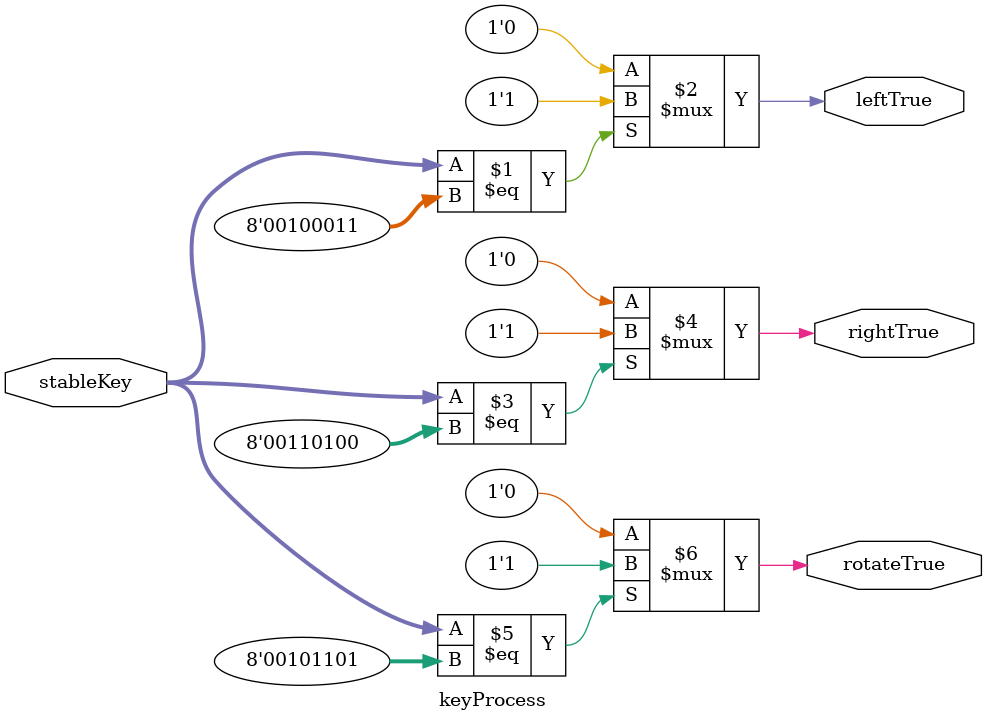
<source format=v>
module keyProcess(stableKey, leftTrue, rightTrue, rotateTrue);

	input [7:0]	 stableKey;
	output leftTrue, rightTrue, rotateTrue;
	
	assign leftTrue = (stableKey == 8'h23)? 1'b1 : 1'b0; 
	assign rightTrue = (stableKey == 8'h34)? 1'b1 : 1'b0; 
	assign rotateTrue = (stableKey == 8'h2d)? 1'b1 : 1'b0; 

endmodule

</source>
